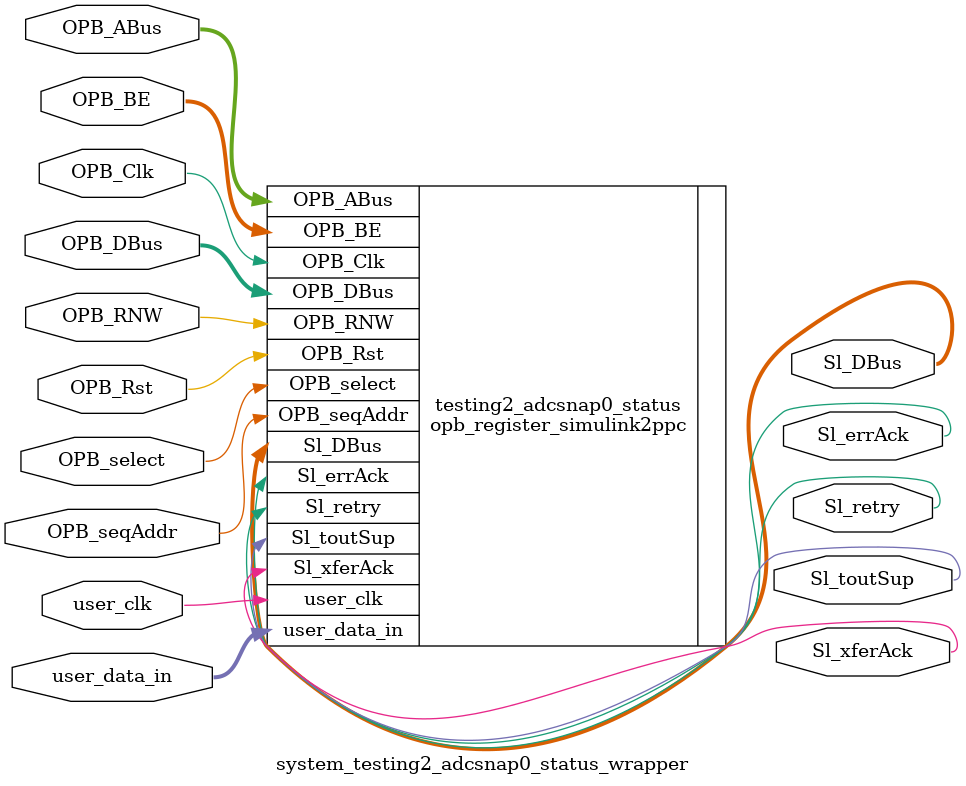
<source format=v>

module system_testing2_adcsnap0_status_wrapper
  (
    OPB_Clk,
    OPB_Rst,
    Sl_DBus,
    Sl_errAck,
    Sl_retry,
    Sl_toutSup,
    Sl_xferAck,
    OPB_ABus,
    OPB_BE,
    OPB_DBus,
    OPB_RNW,
    OPB_select,
    OPB_seqAddr,
    user_data_in,
    user_clk
  );
  input OPB_Clk;
  input OPB_Rst;
  output [0:31] Sl_DBus;
  output Sl_errAck;
  output Sl_retry;
  output Sl_toutSup;
  output Sl_xferAck;
  input [0:31] OPB_ABus;
  input [0:3] OPB_BE;
  input [0:31] OPB_DBus;
  input OPB_RNW;
  input OPB_select;
  input OPB_seqAddr;
  input [31:0] user_data_in;
  input user_clk;

  opb_register_simulink2ppc
    #(
      .C_BASEADDR ( 32'h01008100 ),
      .C_HIGHADDR ( 32'h010081FF ),
      .C_OPB_AWIDTH ( 32 ),
      .C_OPB_DWIDTH ( 32 ),
      .C_FAMILY ( "virtex6" )
    )
    testing2_adcsnap0_status (
      .OPB_Clk ( OPB_Clk ),
      .OPB_Rst ( OPB_Rst ),
      .Sl_DBus ( Sl_DBus ),
      .Sl_errAck ( Sl_errAck ),
      .Sl_retry ( Sl_retry ),
      .Sl_toutSup ( Sl_toutSup ),
      .Sl_xferAck ( Sl_xferAck ),
      .OPB_ABus ( OPB_ABus ),
      .OPB_BE ( OPB_BE ),
      .OPB_DBus ( OPB_DBus ),
      .OPB_RNW ( OPB_RNW ),
      .OPB_select ( OPB_select ),
      .OPB_seqAddr ( OPB_seqAddr ),
      .user_data_in ( user_data_in ),
      .user_clk ( user_clk )
    );

endmodule


</source>
